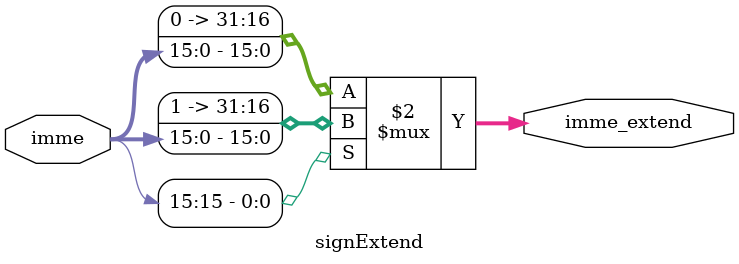
<source format=v>
`timescale 1ns / 1ps

module signExtend(
    input [15:0]imme,
    output [31:0]imme_extend
);
    assign imme_extend = (imme[15]==0)?{16'b0,imme}:{16'b1111111111111111,imme};
endmodule
</source>
